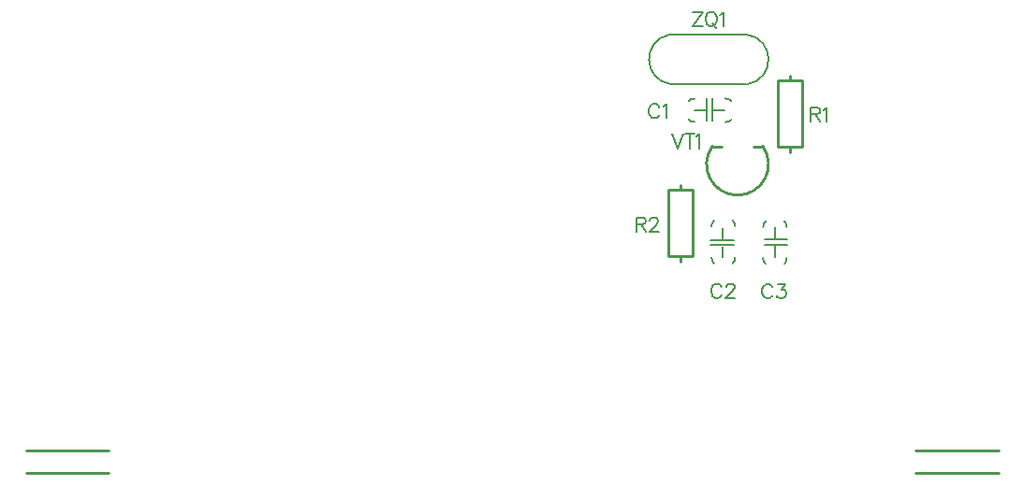
<source format=gto>
G04*
G04 #@! TF.GenerationSoftware,Altium Limited,Altium Designer,21.0.8 (223)*
G04*
G04 Layer_Color=65535*
%FSLAX44Y44*%
%MOMM*%
G71*
G04*
G04 #@! TF.SameCoordinates,403E8028-421C-4CEE-AC17-E54D717F3EFD*
G04*
G04*
G04 #@! TF.FilePolarity,Positive*
G04*
G01*
G75*
%ADD10C,0.2000*%
%ADD11C,0.2500*%
%ADD12C,0.2540*%
%ADD13C,0.1500*%
D10*
X730344Y244694D02*
G03*
X732631Y239209I6656J-444D01*
G01*
X732787Y278235D02*
G03*
X730500Y272750I4369J-5041D01*
G01*
X751656Y272806D02*
G03*
X749369Y278291I-6656J444D01*
G01*
X749529Y239558D02*
G03*
X751790Y245054I-4393J5020D01*
G01*
X646250Y447250D02*
G03*
X647250Y402250I3733J-22428D01*
G01*
X716250D02*
G03*
X715250Y447250I-3733J22428D01*
G01*
X696331Y367819D02*
G03*
X701816Y370106I444J6656D01*
G01*
X662790Y370262D02*
G03*
X668275Y367975I5041J4369D01*
G01*
X668219Y389131D02*
G03*
X662734Y386844I-444J-6656D01*
G01*
X701467Y387004D02*
G03*
X695971Y389265I-5020J-4393D01*
G01*
X705156Y273306D02*
G03*
X702869Y278791I-6656J444D01*
G01*
X702713Y239765D02*
G03*
X705000Y245250I-4369J5041D01*
G01*
X683844Y245194D02*
G03*
X686131Y239709I6656J-444D01*
G01*
X685971Y278442D02*
G03*
X683710Y272946I4393J-5020D01*
G01*
X741500Y245750D02*
Y255750D01*
X731500Y256750D02*
X752500D01*
X731500Y261750D02*
X752500D01*
X741500Y262750D02*
Y272750D01*
X647250Y402250D02*
X715250D01*
X646250Y447250D02*
X715250D01*
X685275Y378975D02*
X695275D01*
X684275Y368975D02*
Y389975D01*
X679275Y368975D02*
Y389975D01*
X668275Y378975D02*
X678275D01*
X694000Y262250D02*
Y272250D01*
X683000Y261250D02*
X704000D01*
X683000Y256250D02*
X704000D01*
X694000Y245250D02*
Y255250D01*
D11*
X684459Y345895D02*
G03*
X730139Y345898I22841J-16195D01*
G01*
X755000Y405500D02*
Y410160D01*
X744000Y405500D02*
X766000D01*
X744000Y345500D02*
Y405500D01*
Y345500D02*
X766000D01*
Y405500D01*
X755000Y340860D02*
Y345500D01*
X684459Y345895D02*
X693000Y345897D01*
X722000Y345898D02*
X730139Y345898D01*
X655500Y241840D02*
Y246500D01*
X644500D02*
X666500D01*
Y306500D01*
X644500D02*
X666500D01*
X644500Y246500D02*
Y306500D01*
X655500D02*
Y311140D01*
D12*
X868500Y50000D02*
X943500D01*
X868500Y70000D02*
X943500D01*
X63500Y50000D02*
X138500D01*
X63500Y70000D02*
X138500D01*
D13*
X739034Y218153D02*
X738415Y219391D01*
X737177Y220628D01*
X735939Y221247D01*
X733464D01*
X732226Y220628D01*
X730988Y219391D01*
X730369Y218153D01*
X729750Y216296D01*
Y213201D01*
X730369Y211345D01*
X730988Y210107D01*
X732226Y208869D01*
X733464Y208250D01*
X735939D01*
X737177Y208869D01*
X738415Y210107D01*
X739034Y211345D01*
X743923Y221247D02*
X750731D01*
X747018Y216296D01*
X748875D01*
X750112Y215677D01*
X750731Y215058D01*
X751350Y213201D01*
Y211964D01*
X750731Y210107D01*
X749493Y208869D01*
X747637Y208250D01*
X745780D01*
X743923Y208869D01*
X743304Y209488D01*
X742685Y210726D01*
X773500Y381247D02*
Y368250D01*
Y381247D02*
X779070D01*
X780927Y380628D01*
X781546Y380009D01*
X782165Y378772D01*
Y377534D01*
X781546Y376296D01*
X780927Y375677D01*
X779070Y375058D01*
X773500D01*
X777832D02*
X782165Y368250D01*
X785074Y378772D02*
X786311Y379390D01*
X788168Y381247D01*
Y368250D01*
X615750Y281497D02*
Y268500D01*
Y281497D02*
X621320D01*
X623177Y280878D01*
X623796Y280259D01*
X624415Y279022D01*
Y277784D01*
X623796Y276546D01*
X623177Y275927D01*
X621320Y275308D01*
X615750D01*
X620082D02*
X624415Y268500D01*
X627943Y278403D02*
Y279022D01*
X628562Y280259D01*
X629180Y280878D01*
X630418Y281497D01*
X632894D01*
X634132Y280878D01*
X634751Y280259D01*
X635370Y279022D01*
Y277784D01*
X634751Y276546D01*
X633513Y274689D01*
X627324Y268500D01*
X635989D01*
X636534Y381403D02*
X635915Y382640D01*
X634677Y383878D01*
X633439Y384497D01*
X630964D01*
X629726Y383878D01*
X628488Y382640D01*
X627869Y381403D01*
X627250Y379546D01*
Y376451D01*
X627869Y374595D01*
X628488Y373357D01*
X629726Y372119D01*
X630964Y371500D01*
X633439D01*
X634677Y372119D01*
X635915Y373357D01*
X636534Y374595D01*
X640185Y382022D02*
X641423Y382640D01*
X643280Y384497D01*
Y371500D01*
X692784Y218403D02*
X692165Y219641D01*
X690927Y220878D01*
X689689Y221497D01*
X687214D01*
X685976Y220878D01*
X684738Y219641D01*
X684119Y218403D01*
X683500Y216546D01*
Y213451D01*
X684119Y211595D01*
X684738Y210357D01*
X685976Y209119D01*
X687214Y208500D01*
X689689D01*
X690927Y209119D01*
X692165Y210357D01*
X692784Y211595D01*
X697054Y218403D02*
Y219022D01*
X697673Y220259D01*
X698292Y220878D01*
X699530Y221497D01*
X702006D01*
X703243Y220878D01*
X703862Y220259D01*
X704481Y219022D01*
Y217784D01*
X703862Y216546D01*
X702625Y214689D01*
X696435Y208500D01*
X705100D01*
X648000Y357247D02*
X652951Y344250D01*
X657903Y357247D02*
X652951Y344250D01*
X663906Y357247D02*
Y344250D01*
X659574Y357247D02*
X668239D01*
X669786Y354772D02*
X671024Y355391D01*
X672880Y357247D01*
Y344250D01*
X675665Y467747D02*
X667000Y454750D01*
Y467747D02*
X675665D01*
X667000Y454750D02*
X675665D01*
X682287Y467747D02*
X681049Y467128D01*
X679811Y465891D01*
X679193Y464653D01*
X678574Y462796D01*
Y459701D01*
X679193Y457845D01*
X679811Y456607D01*
X681049Y455369D01*
X682287Y454750D01*
X684763D01*
X686001Y455369D01*
X687238Y456607D01*
X687857Y457845D01*
X688476Y459701D01*
Y462796D01*
X687857Y464653D01*
X687238Y465891D01*
X686001Y467128D01*
X684763Y467747D01*
X682287D01*
X684144Y457226D02*
X687857Y453512D01*
X691509Y465271D02*
X692747Y465891D01*
X694604Y467747D01*
Y454750D01*
M02*

</source>
